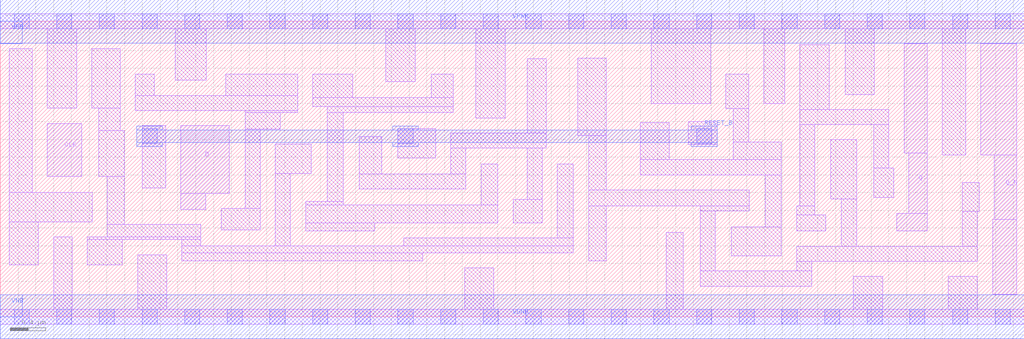
<source format=lef>
# Copyright 2020 The SkyWater PDK Authors
#
# Licensed under the Apache License, Version 2.0 (the "License");
# you may not use this file except in compliance with the License.
# You may obtain a copy of the License at
#
#     https://www.apache.org/licenses/LICENSE-2.0
#
# Unless required by applicable law or agreed to in writing, software
# distributed under the License is distributed on an "AS IS" BASIS,
# WITHOUT WARRANTIES OR CONDITIONS OF ANY KIND, either express or implied.
# See the License for the specific language governing permissions and
# limitations under the License.
#
# SPDX-License-Identifier: Apache-2.0

VERSION 5.5 ;
NAMESCASESENSITIVE ON ;
BUSBITCHARS "[]" ;
DIVIDERCHAR "/" ;
MACRO sky130_fd_sc_lp__dfrbp_1
  CLASS CORE ;
  SOURCE USER ;
  ORIGIN  0.000000  0.000000 ;
  SIZE  11.52000 BY  3.330000 ;
  SYMMETRY R90 ;
  SITE unit ;
  PIN D
    ANTENNAGATEAREA  0.126000 ;
    DIRECTION INPUT ;
    USE SIGNAL ;
    PORT
      LAYER li1 ;
        RECT 2.030000 1.210000 2.315000 1.390000 ;
        RECT 2.030000 1.390000 2.575000 2.155000 ;
    END
  END D
  PIN Q
    ANTENNADIFFAREA  0.573300 ;
    DIRECTION OUTPUT ;
    USE SIGNAL ;
    PORT
      LAYER li1 ;
        RECT 10.090000 0.965000 10.430000 1.165000 ;
        RECT 10.170000 1.845000 10.430000 3.075000 ;
        RECT 10.225000 1.165000 10.430000 1.845000 ;
    END
  END Q
  PIN Q_N
    ANTENNADIFFAREA  0.581700 ;
    DIRECTION OUTPUT ;
    USE SIGNAL ;
    PORT
      LAYER li1 ;
        RECT 11.035000 1.820000 11.435000 3.075000 ;
        RECT 11.165000 0.255000 11.435000 1.095000 ;
        RECT 11.185000 1.095000 11.435000 1.820000 ;
    END
  END Q_N
  PIN RESET_B
    ANTENNAGATEAREA  0.378000 ;
    DIRECTION INPUT ;
    USE SIGNAL ;
    PORT
      LAYER met1 ;
        RECT 1.535000 1.920000 1.825000 1.965000 ;
        RECT 1.535000 1.965000 8.065000 2.105000 ;
        RECT 1.535000 2.105000 1.825000 2.150000 ;
        RECT 4.415000 1.920000 4.705000 1.965000 ;
        RECT 4.415000 2.105000 4.705000 2.150000 ;
        RECT 7.775000 1.920000 8.065000 1.965000 ;
        RECT 7.775000 2.105000 8.065000 2.150000 ;
    END
  END RESET_B
  PIN CLK
    ANTENNAGATEAREA  0.159000 ;
    DIRECTION INPUT ;
    USE CLOCK ;
    PORT
      LAYER li1 ;
        RECT 0.530000 1.580000 0.915000 2.180000 ;
    END
  END CLK
  PIN VGND
    DIRECTION INOUT ;
    USE GROUND ;
    PORT
      LAYER met1 ;
        RECT 0.000000 -0.245000 11.520000 0.245000 ;
    END
  END VGND
  PIN VNB
    DIRECTION INOUT ;
    USE GROUND ;
    PORT
      LAYER met1 ;
        RECT 0.000000 0.000000 0.250000 0.250000 ;
    END
  END VNB
  PIN VPB
    DIRECTION INOUT ;
    USE POWER ;
    PORT
      LAYER met1 ;
        RECT 0.000000 3.080000 0.250000 3.330000 ;
    END
  END VPB
  PIN VPWR
    DIRECTION INOUT ;
    USE POWER ;
    PORT
      LAYER met1 ;
        RECT 0.000000 3.085000 11.520000 3.575000 ;
    END
  END VPWR
  OBS
    LAYER li1 ;
      RECT  0.000000 -0.085000 11.520000 0.085000 ;
      RECT  0.000000  3.245000 11.520000 3.415000 ;
      RECT  0.100000  0.585000  0.430000 1.070000 ;
      RECT  0.100000  1.070000  1.035000 1.400000 ;
      RECT  0.100000  1.400000  0.360000 3.020000 ;
      RECT  0.530000  2.350000  0.860000 3.245000 ;
      RECT  0.600000  0.085000  0.810000 0.900000 ;
      RECT  0.980000  0.585000  1.375000 0.870000 ;
      RECT  0.980000  0.870000  2.255000 0.900000 ;
      RECT  1.030000  2.350000  1.350000 3.020000 ;
      RECT  1.110000  1.580000  1.395000 2.100000 ;
      RECT  1.110000  2.100000  1.350000 2.350000 ;
      RECT  1.205000  0.900000  2.255000 1.040000 ;
      RECT  1.205000  1.040000  1.395000 1.580000 ;
      RECT  1.520000  2.325000  3.345000 2.495000 ;
      RECT  1.520000  2.495000  1.730000 2.735000 ;
      RECT  1.545000  0.085000  1.875000 0.700000 ;
      RECT  1.595000  1.450000  1.860000 2.155000 ;
      RECT  1.970000  2.665000  2.320000 3.245000 ;
      RECT  2.045000  0.630000  4.755000 0.720000 ;
      RECT  2.045000  0.720000  6.450000 0.800000 ;
      RECT  2.045000  0.800000  2.255000 0.870000 ;
      RECT  2.485000  0.980000  2.925000 1.220000 ;
      RECT  2.540000  2.495000  3.345000 2.735000 ;
      RECT  2.755000  1.220000  2.925000 2.115000 ;
      RECT  2.755000  2.115000  3.150000 2.300000 ;
      RECT  2.755000  2.300000  3.345000 2.325000 ;
      RECT  3.095000  0.800000  3.265000 1.615000 ;
      RECT  3.095000  1.615000  3.500000 1.945000 ;
      RECT  3.435000  0.970000  4.215000 1.060000 ;
      RECT  3.435000  1.060000  5.600000 1.260000 ;
      RECT  3.435000  1.260000  3.860000 1.300000 ;
      RECT  3.515000  2.370000  5.095000 2.470000 ;
      RECT  3.515000  2.470000  3.965000 2.735000 ;
      RECT  3.680000  1.300000  3.860000 2.300000 ;
      RECT  3.680000  2.300000  5.095000 2.370000 ;
      RECT  4.040000  1.440000  5.240000 1.610000 ;
      RECT  4.040000  1.610000  4.295000 2.030000 ;
      RECT  4.340000  2.650000  4.670000 3.245000 ;
      RECT  4.475000  1.790000  4.900000 2.120000 ;
      RECT  4.540000  0.800000  6.450000 0.890000 ;
      RECT  4.850000  2.470000  5.095000 2.735000 ;
      RECT  5.070000  1.610000  5.240000 1.900000 ;
      RECT  5.070000  1.900000  6.145000 2.070000 ;
      RECT  5.225000  0.085000  5.555000 0.550000 ;
      RECT  5.350000  2.240000  5.680000 3.245000 ;
      RECT  5.410000  1.260000  5.600000 1.720000 ;
      RECT  5.770000  1.060000  6.100000 1.320000 ;
      RECT  5.930000  1.320000  6.100000 1.900000 ;
      RECT  5.930000  2.070000  6.145000 2.910000 ;
      RECT  6.270000  0.890000  6.450000 1.720000 ;
      RECT  6.500000  2.040000  6.820000 2.915000 ;
      RECT  6.620000  0.630000  6.820000 1.250000 ;
      RECT  6.620000  1.250000  8.430000 1.430000 ;
      RECT  6.620000  1.430000  6.820000 2.040000 ;
      RECT  7.200000  1.600000  8.790000 1.770000 ;
      RECT  7.200000  1.770000  7.530000 2.190000 ;
      RECT  7.325000  2.405000  7.995000 3.245000 ;
      RECT  7.495000  0.085000  7.685000 0.950000 ;
      RECT  7.740000  1.940000  8.070000 2.200000 ;
      RECT  7.875000  0.345000  9.130000 0.515000 ;
      RECT  7.875000  0.515000  8.045000 1.190000 ;
      RECT  7.875000  1.190000  8.430000 1.250000 ;
      RECT  8.165000  2.345000  8.420000 2.735000 ;
      RECT  8.225000  0.685000  8.790000 1.015000 ;
      RECT  8.250000  1.770000  8.790000 1.970000 ;
      RECT  8.250000  1.970000  8.420000 2.345000 ;
      RECT  8.590000  2.405000  8.825000 3.245000 ;
      RECT  8.610000  1.015000  8.790000 1.600000 ;
      RECT  8.960000  0.515000  9.130000 0.625000 ;
      RECT  8.960000  0.625000 10.995000 0.795000 ;
      RECT  8.960000  0.965000  9.290000 1.145000 ;
      RECT  8.960000  1.145000  9.165000 1.250000 ;
      RECT  8.995000  1.250000  9.165000 2.165000 ;
      RECT  8.995000  2.165000 10.000000 2.335000 ;
      RECT  8.995000  2.335000  9.325000 3.065000 ;
      RECT  9.345000  1.325000  9.640000 1.995000 ;
      RECT  9.460000  0.795000  9.640000 1.325000 ;
      RECT  9.505000  2.505000  9.835000 3.245000 ;
      RECT  9.600000  0.085000  9.930000 0.455000 ;
      RECT  9.830000  1.345000 10.055000 1.675000 ;
      RECT  9.830000  1.675000 10.000000 2.165000 ;
      RECT 10.600000  1.820000 10.865000 3.245000 ;
      RECT 10.665000  0.085000 10.995000 0.455000 ;
      RECT 10.825000  0.795000 10.995000 1.185000 ;
      RECT 10.825000  1.185000 11.015000 1.515000 ;
    LAYER mcon ;
      RECT  0.155000 -0.085000  0.325000 0.085000 ;
      RECT  0.155000  3.245000  0.325000 3.415000 ;
      RECT  0.635000 -0.085000  0.805000 0.085000 ;
      RECT  0.635000  3.245000  0.805000 3.415000 ;
      RECT  1.115000 -0.085000  1.285000 0.085000 ;
      RECT  1.115000  3.245000  1.285000 3.415000 ;
      RECT  1.595000 -0.085000  1.765000 0.085000 ;
      RECT  1.595000  1.950000  1.765000 2.120000 ;
      RECT  1.595000  3.245000  1.765000 3.415000 ;
      RECT  2.075000 -0.085000  2.245000 0.085000 ;
      RECT  2.075000  3.245000  2.245000 3.415000 ;
      RECT  2.555000 -0.085000  2.725000 0.085000 ;
      RECT  2.555000  3.245000  2.725000 3.415000 ;
      RECT  3.035000 -0.085000  3.205000 0.085000 ;
      RECT  3.035000  3.245000  3.205000 3.415000 ;
      RECT  3.515000 -0.085000  3.685000 0.085000 ;
      RECT  3.515000  3.245000  3.685000 3.415000 ;
      RECT  3.995000 -0.085000  4.165000 0.085000 ;
      RECT  3.995000  3.245000  4.165000 3.415000 ;
      RECT  4.475000 -0.085000  4.645000 0.085000 ;
      RECT  4.475000  1.950000  4.645000 2.120000 ;
      RECT  4.475000  3.245000  4.645000 3.415000 ;
      RECT  4.955000 -0.085000  5.125000 0.085000 ;
      RECT  4.955000  3.245000  5.125000 3.415000 ;
      RECT  5.435000 -0.085000  5.605000 0.085000 ;
      RECT  5.435000  3.245000  5.605000 3.415000 ;
      RECT  5.915000 -0.085000  6.085000 0.085000 ;
      RECT  5.915000  3.245000  6.085000 3.415000 ;
      RECT  6.395000 -0.085000  6.565000 0.085000 ;
      RECT  6.395000  3.245000  6.565000 3.415000 ;
      RECT  6.875000 -0.085000  7.045000 0.085000 ;
      RECT  6.875000  3.245000  7.045000 3.415000 ;
      RECT  7.355000 -0.085000  7.525000 0.085000 ;
      RECT  7.355000  3.245000  7.525000 3.415000 ;
      RECT  7.835000 -0.085000  8.005000 0.085000 ;
      RECT  7.835000  1.950000  8.005000 2.120000 ;
      RECT  7.835000  3.245000  8.005000 3.415000 ;
      RECT  8.315000 -0.085000  8.485000 0.085000 ;
      RECT  8.315000  3.245000  8.485000 3.415000 ;
      RECT  8.795000 -0.085000  8.965000 0.085000 ;
      RECT  8.795000  3.245000  8.965000 3.415000 ;
      RECT  9.275000 -0.085000  9.445000 0.085000 ;
      RECT  9.275000  3.245000  9.445000 3.415000 ;
      RECT  9.755000 -0.085000  9.925000 0.085000 ;
      RECT  9.755000  3.245000  9.925000 3.415000 ;
      RECT 10.235000 -0.085000 10.405000 0.085000 ;
      RECT 10.235000  3.245000 10.405000 3.415000 ;
      RECT 10.715000 -0.085000 10.885000 0.085000 ;
      RECT 10.715000  3.245000 10.885000 3.415000 ;
      RECT 11.195000 -0.085000 11.365000 0.085000 ;
      RECT 11.195000  3.245000 11.365000 3.415000 ;
  END
END sky130_fd_sc_lp__dfrbp_1
END LIBRARY

</source>
